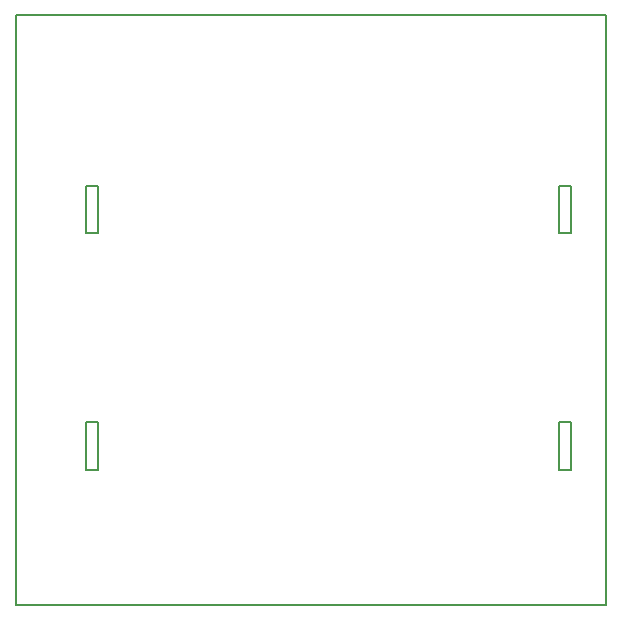
<source format=gbr>
%FSLAX35Y35*%
%MOIN*%
G04 EasyPC Gerber Version 18.0.9 Build 3640 *
%ADD11C,0.00500*%
X0Y0D02*
D02*
D11*
X4329Y6329D02*
X201179D01*
Y203179*
X4329*
Y6329*
X27951Y67352D02*
X31888D01*
Y51604*
X27951*
Y67352*
Y146093D02*
X31888D01*
Y130344*
X27951*
Y146093*
X189368Y67352D02*
X185431D01*
Y51604*
X189368*
Y67352*
Y146093D02*
X185431D01*
Y130344*
X189368*
Y146093*
X0Y0D02*
M02*

</source>
